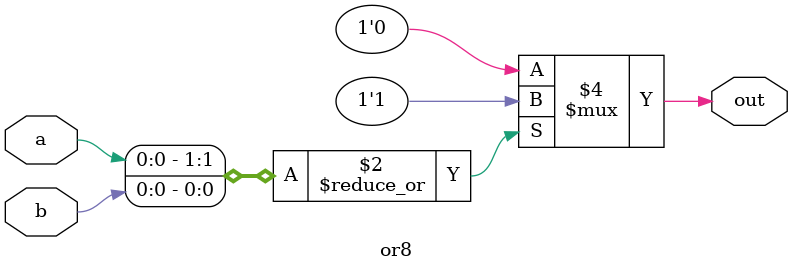
<source format=v>
module or8 (
  input a,
  input b,
  output reg out
);

    always @(*) begin
        if(|({a,b}))
            out = 1;
        else
            out = 0;
    end

endmodule

</source>
